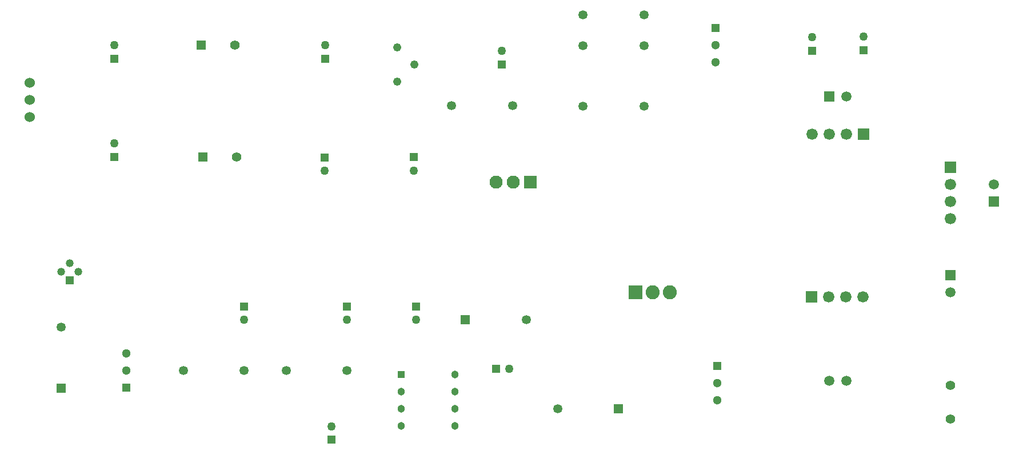
<source format=gbr>
%TF.GenerationSoftware,Altium Limited,Altium Designer,21.2.2 (38)*%
G04 Layer_Color=255*
%FSLAX26Y26*%
%MOIN*%
%TF.SameCoordinates,77551777-079B-400F-9D4E-00EB0A9A3649*%
%TF.FilePolarity,Positive*%
%TF.FileFunction,Pads,Bot*%
%TF.Part,Single*%
G01*
G75*
%TA.AperFunction,ComponentPad*%
%ADD15R,0.050197X0.050197*%
%ADD16C,0.050197*%
%ADD17C,0.076181*%
%ADD18R,0.076181X0.076181*%
%ADD19R,0.051181X0.051181*%
%ADD20C,0.051181*%
%ADD21C,0.059055*%
%ADD22R,0.059055X0.059055*%
%ADD23R,0.055118X0.055118*%
%ADD24C,0.055118*%
%ADD25C,0.060000*%
%ADD26C,0.046535*%
%ADD27R,0.046535X0.046535*%
%ADD28C,0.053150*%
%ADD29R,0.053150X0.053150*%
%ADD30R,0.053150X0.053150*%
%ADD31R,0.050197X0.050197*%
%ADD32C,0.044606*%
%ADD33R,0.044606X0.044606*%
%ADD34C,0.066142*%
%ADD35R,0.066142X0.066142*%
%ADD36R,0.066142X0.066142*%
%ADD37R,0.059055X0.059055*%
%ADD38C,0.082087*%
%ADD39R,0.082087X0.082087*%
%ADD40C,0.048425*%
D15*
X6745000Y4431260D02*
D03*
X7045000Y4435000D02*
D03*
X3900000Y3808740D02*
D03*
X3905000Y4386260D02*
D03*
X2675000Y4385000D02*
D03*
Y3811260D02*
D03*
X3430000Y2938740D02*
D03*
X4434078D02*
D03*
X4422300Y3809927D02*
D03*
X4032316Y2938740D02*
D03*
X3939646Y2160019D02*
D03*
X4935549Y4351451D02*
D03*
D16*
X6745000Y4510000D02*
D03*
X7045000Y4513740D02*
D03*
X4935549Y4430191D02*
D03*
X3900000Y3730000D02*
D03*
X3905000Y4465000D02*
D03*
X2675000Y4463740D02*
D03*
Y3890000D02*
D03*
X3430000Y2860000D02*
D03*
X4434078D02*
D03*
X4422300Y3731187D02*
D03*
X4978740Y2573822D02*
D03*
X4032316Y2860000D02*
D03*
X3939646Y2238759D02*
D03*
D17*
X4900000Y3665000D02*
D03*
X5000000D02*
D03*
D18*
X5100000D02*
D03*
D19*
X6190000Y2590000D02*
D03*
X2745514Y2464117D02*
D03*
X6180000Y4565000D02*
D03*
D20*
X6190000Y2490000D02*
D03*
Y2390000D02*
D03*
X2745514Y2664117D02*
D03*
Y2564117D02*
D03*
X6180000Y4365000D02*
D03*
Y4465000D02*
D03*
D21*
X7550000Y3020000D02*
D03*
X6945000Y4165000D02*
D03*
Y2505000D02*
D03*
X6845000D02*
D03*
X7805000Y3650000D02*
D03*
D22*
X7550000Y3120000D02*
D03*
X7805000Y3550000D02*
D03*
D23*
X3181575Y4465000D02*
D03*
X3191575Y3810000D02*
D03*
D24*
X3378425Y4465000D02*
D03*
X3388425Y3810000D02*
D03*
X7550000Y2478425D02*
D03*
Y2281575D02*
D03*
D25*
X2180000Y4245000D02*
D03*
Y4145000D02*
D03*
Y4045000D02*
D03*
D26*
X2365000Y3140000D02*
D03*
X2415000Y3190000D02*
D03*
X2465000Y3140000D02*
D03*
D27*
X2415000Y3090000D02*
D03*
D28*
X2365000Y2817165D02*
D03*
X3677835Y2565000D02*
D03*
X4032165D02*
D03*
X5077165Y2860000D02*
D03*
X4997165Y4110000D02*
D03*
X4642835D02*
D03*
X5261725Y2341592D02*
D03*
X3077835Y2565000D02*
D03*
X3432165D02*
D03*
X5765000Y4107835D02*
D03*
Y4462165D02*
D03*
X5763786Y4640578D02*
D03*
X5409455D02*
D03*
X5408108Y4462165D02*
D03*
Y4107835D02*
D03*
D29*
X2365000Y2462835D02*
D03*
D30*
X4722835Y2860000D02*
D03*
X5616056Y2341592D02*
D03*
D31*
X4900000Y2573822D02*
D03*
D32*
X4661952Y2540750D02*
D03*
Y2440750D02*
D03*
Y2340750D02*
D03*
Y2240750D02*
D03*
X4349433D02*
D03*
Y2340750D02*
D03*
Y2440750D02*
D03*
D33*
Y2540750D02*
D03*
D34*
X7040000Y2995000D02*
D03*
X6940000D02*
D03*
X6840000D02*
D03*
X7550000Y3650000D02*
D03*
Y3550000D02*
D03*
Y3450000D02*
D03*
X6745000Y3945000D02*
D03*
X6845000D02*
D03*
X6945000D02*
D03*
D35*
X6740000Y2995000D02*
D03*
X7045000Y3945000D02*
D03*
D36*
X7550000Y3750000D02*
D03*
D37*
X6845000Y4165000D02*
D03*
D38*
X5915000Y3020000D02*
D03*
X5815000D02*
D03*
D39*
X5715000D02*
D03*
D40*
X4325000Y4250197D02*
D03*
X4424803Y4350118D02*
D03*
X4325000Y4450000D02*
D03*
%TF.MD5,80b8b32aae2e43d7ed08ef409070a030*%
M02*

</source>
